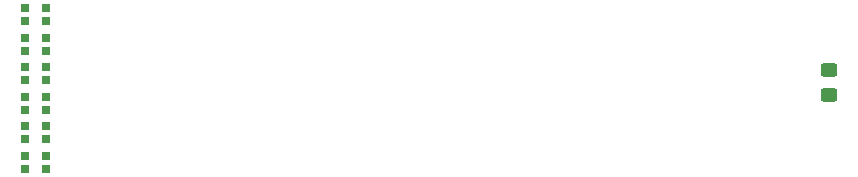
<source format=gbr>
%TF.GenerationSoftware,KiCad,Pcbnew,(6.0.5)*%
%TF.CreationDate,2022-06-15T23:09:50+02:00*%
%TF.ProjectId,plate-SI,706c6174-652d-4534-992e-6b696361645f,rev?*%
%TF.SameCoordinates,Original*%
%TF.FileFunction,Paste,Top*%
%TF.FilePolarity,Positive*%
%FSLAX46Y46*%
G04 Gerber Fmt 4.6, Leading zero omitted, Abs format (unit mm)*
G04 Created by KiCad (PCBNEW (6.0.5)) date 2022-06-15 23:09:50*
%MOMM*%
%LPD*%
G01*
G04 APERTURE LIST*
G04 Aperture macros list*
%AMRoundRect*
0 Rectangle with rounded corners*
0 $1 Rounding radius*
0 $2 $3 $4 $5 $6 $7 $8 $9 X,Y pos of 4 corners*
0 Add a 4 corners polygon primitive as box body*
4,1,4,$2,$3,$4,$5,$6,$7,$8,$9,$2,$3,0*
0 Add four circle primitives for the rounded corners*
1,1,$1+$1,$2,$3*
1,1,$1+$1,$4,$5*
1,1,$1+$1,$6,$7*
1,1,$1+$1,$8,$9*
0 Add four rect primitives between the rounded corners*
20,1,$1+$1,$2,$3,$4,$5,0*
20,1,$1+$1,$4,$5,$6,$7,0*
20,1,$1+$1,$6,$7,$8,$9,0*
20,1,$1+$1,$8,$9,$2,$3,0*%
G04 Aperture macros list end*
%ADD10RoundRect,0.105000X-0.245000X-0.245000X0.245000X-0.245000X0.245000X0.245000X-0.245000X0.245000X0*%
%ADD11RoundRect,0.250000X0.450000X-0.325000X0.450000X0.325000X-0.450000X0.325000X-0.450000X-0.325000X0*%
G04 APERTURE END LIST*
D10*
%TO.C,D1*%
X-6590000Y18112500D03*
X-6590000Y17012500D03*
X-4760000Y17012500D03*
X-4760000Y18112500D03*
%TD*%
D11*
%TO.C,D7*%
X61525000Y25325000D03*
X61525000Y23275000D03*
%TD*%
D10*
%TO.C,D3*%
X-6590000Y23112500D03*
X-6590000Y22012500D03*
X-4760000Y22012500D03*
X-4760000Y23112500D03*
%TD*%
%TO.C,D5*%
X-6590000Y28112500D03*
X-6590000Y27012500D03*
X-4760000Y27012500D03*
X-4760000Y28112500D03*
%TD*%
%TO.C,D6*%
X-6590000Y30612500D03*
X-6590000Y29512500D03*
X-4760000Y29512500D03*
X-4760000Y30612500D03*
%TD*%
%TO.C,D4*%
X-6590000Y25612500D03*
X-6590000Y24512500D03*
X-4760000Y24512500D03*
X-4760000Y25612500D03*
%TD*%
%TO.C,D2*%
X-6590000Y20612500D03*
X-6590000Y19512500D03*
X-4760000Y19512500D03*
X-4760000Y20612500D03*
%TD*%
M02*

</source>
